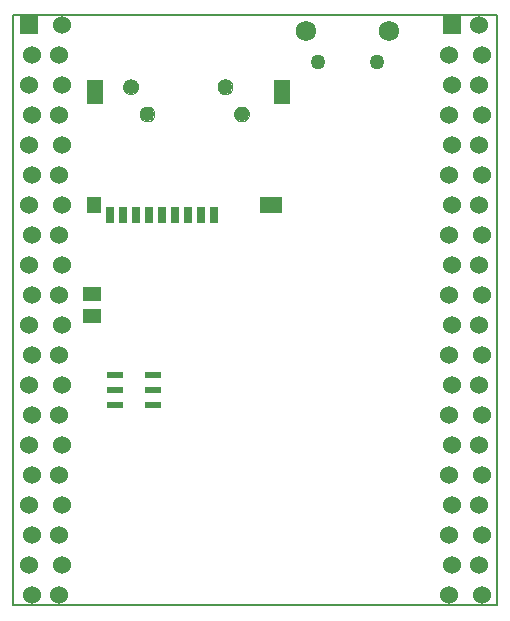
<source format=gbs>
G75*
%MOIN*%
%OFA0B0*%
%FSLAX25Y25*%
%IPPOS*%
%LPD*%
%AMOC8*
5,1,8,0,0,1.08239X$1,22.5*
%
%ADD10C,0.06000*%
%ADD11R,0.06000X0.06000*%
%ADD12C,0.00500*%
%ADD13C,0.06791*%
%ADD14C,0.05020*%
%ADD15R,0.05512X0.07874*%
%ADD16R,0.05039X0.05512*%
%ADD17R,0.07677X0.05512*%
%ADD18R,0.02756X0.05512*%
%ADD19C,0.00000*%
%ADD20C,0.04921*%
%ADD21R,0.05906X0.05118*%
%ADD22R,0.05236X0.02087*%
D10*
X0026936Y0005050D03*
X0035936Y0005050D03*
X0036936Y0015050D03*
X0035936Y0025050D03*
X0026936Y0025050D03*
X0025936Y0015050D03*
X0025936Y0035050D03*
X0026936Y0045050D03*
X0035936Y0045050D03*
X0036936Y0035050D03*
X0036936Y0055050D03*
X0035936Y0065050D03*
X0026936Y0065050D03*
X0025936Y0055050D03*
X0025936Y0075050D03*
X0026936Y0085050D03*
X0035936Y0085050D03*
X0036936Y0075050D03*
X0036936Y0095050D03*
X0035936Y0105050D03*
X0036936Y0115050D03*
X0035936Y0125050D03*
X0026936Y0125050D03*
X0025936Y0115050D03*
X0026936Y0105050D03*
X0025936Y0095050D03*
X0025936Y0135050D03*
X0026936Y0145050D03*
X0035936Y0145050D03*
X0036936Y0135050D03*
X0036936Y0155050D03*
X0035936Y0165050D03*
X0026936Y0165050D03*
X0025936Y0155050D03*
X0025936Y0175050D03*
X0026936Y0185050D03*
X0035936Y0185050D03*
X0036936Y0175050D03*
X0036936Y0195050D03*
X0165936Y0185050D03*
X0166936Y0175050D03*
X0175936Y0175050D03*
X0176936Y0185050D03*
X0175936Y0195050D03*
X0176936Y0165050D03*
X0175936Y0155050D03*
X0166936Y0155050D03*
X0165936Y0145050D03*
X0166936Y0135050D03*
X0175936Y0135050D03*
X0176936Y0125050D03*
X0175936Y0115050D03*
X0166936Y0115050D03*
X0165936Y0105050D03*
X0166936Y0095050D03*
X0175936Y0095050D03*
X0176936Y0085050D03*
X0175936Y0075050D03*
X0166936Y0075050D03*
X0165936Y0065050D03*
X0166936Y0055050D03*
X0175936Y0055050D03*
X0176936Y0045050D03*
X0175936Y0035050D03*
X0166936Y0035050D03*
X0165936Y0045050D03*
X0165936Y0025050D03*
X0166936Y0015050D03*
X0175936Y0015050D03*
X0176936Y0005050D03*
X0165936Y0005050D03*
X0176936Y0025050D03*
X0176936Y0065050D03*
X0165936Y0085050D03*
X0176936Y0105050D03*
X0165936Y0125050D03*
X0176936Y0145050D03*
X0165936Y0165050D03*
D11*
X0166936Y0195050D03*
X0025936Y0195050D03*
D12*
X0020727Y0198475D02*
X0020727Y0001625D01*
X0041869Y0001625D01*
X0159192Y0001625D01*
X0182144Y0001625D01*
X0182144Y0198475D01*
X0159192Y0198475D01*
X0041869Y0198475D01*
X0020727Y0198475D01*
D13*
X0118404Y0193003D03*
X0145963Y0193003D03*
D14*
X0142026Y0182668D03*
X0122341Y0182668D03*
D15*
X0110333Y0172924D03*
X0048129Y0172924D03*
D16*
X0047892Y0135129D03*
D17*
X0106888Y0135129D03*
D18*
X0087892Y0131704D03*
X0083562Y0131704D03*
X0079231Y0131704D03*
X0074900Y0131704D03*
X0070570Y0131704D03*
X0066239Y0131704D03*
X0061908Y0131704D03*
X0057577Y0131704D03*
X0053247Y0131704D03*
D19*
X0062990Y0165444D02*
X0062992Y0165543D01*
X0062998Y0165642D01*
X0063008Y0165741D01*
X0063022Y0165839D01*
X0063040Y0165936D01*
X0063062Y0166033D01*
X0063087Y0166129D01*
X0063117Y0166223D01*
X0063150Y0166317D01*
X0063187Y0166409D01*
X0063228Y0166499D01*
X0063272Y0166588D01*
X0063320Y0166674D01*
X0063371Y0166759D01*
X0063426Y0166842D01*
X0063484Y0166922D01*
X0063545Y0167000D01*
X0063609Y0167076D01*
X0063676Y0167149D01*
X0063746Y0167219D01*
X0063819Y0167286D01*
X0063895Y0167350D01*
X0063973Y0167411D01*
X0064053Y0167469D01*
X0064136Y0167524D01*
X0064220Y0167575D01*
X0064307Y0167623D01*
X0064396Y0167667D01*
X0064486Y0167708D01*
X0064578Y0167745D01*
X0064672Y0167778D01*
X0064766Y0167808D01*
X0064862Y0167833D01*
X0064959Y0167855D01*
X0065056Y0167873D01*
X0065154Y0167887D01*
X0065253Y0167897D01*
X0065352Y0167903D01*
X0065451Y0167905D01*
X0065550Y0167903D01*
X0065649Y0167897D01*
X0065748Y0167887D01*
X0065846Y0167873D01*
X0065943Y0167855D01*
X0066040Y0167833D01*
X0066136Y0167808D01*
X0066230Y0167778D01*
X0066324Y0167745D01*
X0066416Y0167708D01*
X0066506Y0167667D01*
X0066595Y0167623D01*
X0066681Y0167575D01*
X0066766Y0167524D01*
X0066849Y0167469D01*
X0066929Y0167411D01*
X0067007Y0167350D01*
X0067083Y0167286D01*
X0067156Y0167219D01*
X0067226Y0167149D01*
X0067293Y0167076D01*
X0067357Y0167000D01*
X0067418Y0166922D01*
X0067476Y0166842D01*
X0067531Y0166759D01*
X0067582Y0166675D01*
X0067630Y0166588D01*
X0067674Y0166499D01*
X0067715Y0166409D01*
X0067752Y0166317D01*
X0067785Y0166223D01*
X0067815Y0166129D01*
X0067840Y0166033D01*
X0067862Y0165936D01*
X0067880Y0165839D01*
X0067894Y0165741D01*
X0067904Y0165642D01*
X0067910Y0165543D01*
X0067912Y0165444D01*
X0067910Y0165345D01*
X0067904Y0165246D01*
X0067894Y0165147D01*
X0067880Y0165049D01*
X0067862Y0164952D01*
X0067840Y0164855D01*
X0067815Y0164759D01*
X0067785Y0164665D01*
X0067752Y0164571D01*
X0067715Y0164479D01*
X0067674Y0164389D01*
X0067630Y0164300D01*
X0067582Y0164214D01*
X0067531Y0164129D01*
X0067476Y0164046D01*
X0067418Y0163966D01*
X0067357Y0163888D01*
X0067293Y0163812D01*
X0067226Y0163739D01*
X0067156Y0163669D01*
X0067083Y0163602D01*
X0067007Y0163538D01*
X0066929Y0163477D01*
X0066849Y0163419D01*
X0066766Y0163364D01*
X0066682Y0163313D01*
X0066595Y0163265D01*
X0066506Y0163221D01*
X0066416Y0163180D01*
X0066324Y0163143D01*
X0066230Y0163110D01*
X0066136Y0163080D01*
X0066040Y0163055D01*
X0065943Y0163033D01*
X0065846Y0163015D01*
X0065748Y0163001D01*
X0065649Y0162991D01*
X0065550Y0162985D01*
X0065451Y0162983D01*
X0065352Y0162985D01*
X0065253Y0162991D01*
X0065154Y0163001D01*
X0065056Y0163015D01*
X0064959Y0163033D01*
X0064862Y0163055D01*
X0064766Y0163080D01*
X0064672Y0163110D01*
X0064578Y0163143D01*
X0064486Y0163180D01*
X0064396Y0163221D01*
X0064307Y0163265D01*
X0064221Y0163313D01*
X0064136Y0163364D01*
X0064053Y0163419D01*
X0063973Y0163477D01*
X0063895Y0163538D01*
X0063819Y0163602D01*
X0063746Y0163669D01*
X0063676Y0163739D01*
X0063609Y0163812D01*
X0063545Y0163888D01*
X0063484Y0163966D01*
X0063426Y0164046D01*
X0063371Y0164129D01*
X0063320Y0164213D01*
X0063272Y0164300D01*
X0063228Y0164389D01*
X0063187Y0164479D01*
X0063150Y0164571D01*
X0063117Y0164665D01*
X0063087Y0164759D01*
X0063062Y0164855D01*
X0063040Y0164952D01*
X0063022Y0165049D01*
X0063008Y0165147D01*
X0062998Y0165246D01*
X0062992Y0165345D01*
X0062990Y0165444D01*
X0057479Y0174499D02*
X0057481Y0174598D01*
X0057487Y0174697D01*
X0057497Y0174796D01*
X0057511Y0174894D01*
X0057529Y0174991D01*
X0057551Y0175088D01*
X0057576Y0175184D01*
X0057606Y0175278D01*
X0057639Y0175372D01*
X0057676Y0175464D01*
X0057717Y0175554D01*
X0057761Y0175643D01*
X0057809Y0175729D01*
X0057860Y0175814D01*
X0057915Y0175897D01*
X0057973Y0175977D01*
X0058034Y0176055D01*
X0058098Y0176131D01*
X0058165Y0176204D01*
X0058235Y0176274D01*
X0058308Y0176341D01*
X0058384Y0176405D01*
X0058462Y0176466D01*
X0058542Y0176524D01*
X0058625Y0176579D01*
X0058709Y0176630D01*
X0058796Y0176678D01*
X0058885Y0176722D01*
X0058975Y0176763D01*
X0059067Y0176800D01*
X0059161Y0176833D01*
X0059255Y0176863D01*
X0059351Y0176888D01*
X0059448Y0176910D01*
X0059545Y0176928D01*
X0059643Y0176942D01*
X0059742Y0176952D01*
X0059841Y0176958D01*
X0059940Y0176960D01*
X0060039Y0176958D01*
X0060138Y0176952D01*
X0060237Y0176942D01*
X0060335Y0176928D01*
X0060432Y0176910D01*
X0060529Y0176888D01*
X0060625Y0176863D01*
X0060719Y0176833D01*
X0060813Y0176800D01*
X0060905Y0176763D01*
X0060995Y0176722D01*
X0061084Y0176678D01*
X0061170Y0176630D01*
X0061255Y0176579D01*
X0061338Y0176524D01*
X0061418Y0176466D01*
X0061496Y0176405D01*
X0061572Y0176341D01*
X0061645Y0176274D01*
X0061715Y0176204D01*
X0061782Y0176131D01*
X0061846Y0176055D01*
X0061907Y0175977D01*
X0061965Y0175897D01*
X0062020Y0175814D01*
X0062071Y0175730D01*
X0062119Y0175643D01*
X0062163Y0175554D01*
X0062204Y0175464D01*
X0062241Y0175372D01*
X0062274Y0175278D01*
X0062304Y0175184D01*
X0062329Y0175088D01*
X0062351Y0174991D01*
X0062369Y0174894D01*
X0062383Y0174796D01*
X0062393Y0174697D01*
X0062399Y0174598D01*
X0062401Y0174499D01*
X0062399Y0174400D01*
X0062393Y0174301D01*
X0062383Y0174202D01*
X0062369Y0174104D01*
X0062351Y0174007D01*
X0062329Y0173910D01*
X0062304Y0173814D01*
X0062274Y0173720D01*
X0062241Y0173626D01*
X0062204Y0173534D01*
X0062163Y0173444D01*
X0062119Y0173355D01*
X0062071Y0173269D01*
X0062020Y0173184D01*
X0061965Y0173101D01*
X0061907Y0173021D01*
X0061846Y0172943D01*
X0061782Y0172867D01*
X0061715Y0172794D01*
X0061645Y0172724D01*
X0061572Y0172657D01*
X0061496Y0172593D01*
X0061418Y0172532D01*
X0061338Y0172474D01*
X0061255Y0172419D01*
X0061171Y0172368D01*
X0061084Y0172320D01*
X0060995Y0172276D01*
X0060905Y0172235D01*
X0060813Y0172198D01*
X0060719Y0172165D01*
X0060625Y0172135D01*
X0060529Y0172110D01*
X0060432Y0172088D01*
X0060335Y0172070D01*
X0060237Y0172056D01*
X0060138Y0172046D01*
X0060039Y0172040D01*
X0059940Y0172038D01*
X0059841Y0172040D01*
X0059742Y0172046D01*
X0059643Y0172056D01*
X0059545Y0172070D01*
X0059448Y0172088D01*
X0059351Y0172110D01*
X0059255Y0172135D01*
X0059161Y0172165D01*
X0059067Y0172198D01*
X0058975Y0172235D01*
X0058885Y0172276D01*
X0058796Y0172320D01*
X0058710Y0172368D01*
X0058625Y0172419D01*
X0058542Y0172474D01*
X0058462Y0172532D01*
X0058384Y0172593D01*
X0058308Y0172657D01*
X0058235Y0172724D01*
X0058165Y0172794D01*
X0058098Y0172867D01*
X0058034Y0172943D01*
X0057973Y0173021D01*
X0057915Y0173101D01*
X0057860Y0173184D01*
X0057809Y0173268D01*
X0057761Y0173355D01*
X0057717Y0173444D01*
X0057676Y0173534D01*
X0057639Y0173626D01*
X0057606Y0173720D01*
X0057576Y0173814D01*
X0057551Y0173910D01*
X0057529Y0174007D01*
X0057511Y0174104D01*
X0057497Y0174202D01*
X0057487Y0174301D01*
X0057481Y0174400D01*
X0057479Y0174499D01*
X0088975Y0174499D02*
X0088977Y0174598D01*
X0088983Y0174697D01*
X0088993Y0174796D01*
X0089007Y0174894D01*
X0089025Y0174991D01*
X0089047Y0175088D01*
X0089072Y0175184D01*
X0089102Y0175278D01*
X0089135Y0175372D01*
X0089172Y0175464D01*
X0089213Y0175554D01*
X0089257Y0175643D01*
X0089305Y0175729D01*
X0089356Y0175814D01*
X0089411Y0175897D01*
X0089469Y0175977D01*
X0089530Y0176055D01*
X0089594Y0176131D01*
X0089661Y0176204D01*
X0089731Y0176274D01*
X0089804Y0176341D01*
X0089880Y0176405D01*
X0089958Y0176466D01*
X0090038Y0176524D01*
X0090121Y0176579D01*
X0090205Y0176630D01*
X0090292Y0176678D01*
X0090381Y0176722D01*
X0090471Y0176763D01*
X0090563Y0176800D01*
X0090657Y0176833D01*
X0090751Y0176863D01*
X0090847Y0176888D01*
X0090944Y0176910D01*
X0091041Y0176928D01*
X0091139Y0176942D01*
X0091238Y0176952D01*
X0091337Y0176958D01*
X0091436Y0176960D01*
X0091535Y0176958D01*
X0091634Y0176952D01*
X0091733Y0176942D01*
X0091831Y0176928D01*
X0091928Y0176910D01*
X0092025Y0176888D01*
X0092121Y0176863D01*
X0092215Y0176833D01*
X0092309Y0176800D01*
X0092401Y0176763D01*
X0092491Y0176722D01*
X0092580Y0176678D01*
X0092666Y0176630D01*
X0092751Y0176579D01*
X0092834Y0176524D01*
X0092914Y0176466D01*
X0092992Y0176405D01*
X0093068Y0176341D01*
X0093141Y0176274D01*
X0093211Y0176204D01*
X0093278Y0176131D01*
X0093342Y0176055D01*
X0093403Y0175977D01*
X0093461Y0175897D01*
X0093516Y0175814D01*
X0093567Y0175730D01*
X0093615Y0175643D01*
X0093659Y0175554D01*
X0093700Y0175464D01*
X0093737Y0175372D01*
X0093770Y0175278D01*
X0093800Y0175184D01*
X0093825Y0175088D01*
X0093847Y0174991D01*
X0093865Y0174894D01*
X0093879Y0174796D01*
X0093889Y0174697D01*
X0093895Y0174598D01*
X0093897Y0174499D01*
X0093895Y0174400D01*
X0093889Y0174301D01*
X0093879Y0174202D01*
X0093865Y0174104D01*
X0093847Y0174007D01*
X0093825Y0173910D01*
X0093800Y0173814D01*
X0093770Y0173720D01*
X0093737Y0173626D01*
X0093700Y0173534D01*
X0093659Y0173444D01*
X0093615Y0173355D01*
X0093567Y0173269D01*
X0093516Y0173184D01*
X0093461Y0173101D01*
X0093403Y0173021D01*
X0093342Y0172943D01*
X0093278Y0172867D01*
X0093211Y0172794D01*
X0093141Y0172724D01*
X0093068Y0172657D01*
X0092992Y0172593D01*
X0092914Y0172532D01*
X0092834Y0172474D01*
X0092751Y0172419D01*
X0092667Y0172368D01*
X0092580Y0172320D01*
X0092491Y0172276D01*
X0092401Y0172235D01*
X0092309Y0172198D01*
X0092215Y0172165D01*
X0092121Y0172135D01*
X0092025Y0172110D01*
X0091928Y0172088D01*
X0091831Y0172070D01*
X0091733Y0172056D01*
X0091634Y0172046D01*
X0091535Y0172040D01*
X0091436Y0172038D01*
X0091337Y0172040D01*
X0091238Y0172046D01*
X0091139Y0172056D01*
X0091041Y0172070D01*
X0090944Y0172088D01*
X0090847Y0172110D01*
X0090751Y0172135D01*
X0090657Y0172165D01*
X0090563Y0172198D01*
X0090471Y0172235D01*
X0090381Y0172276D01*
X0090292Y0172320D01*
X0090206Y0172368D01*
X0090121Y0172419D01*
X0090038Y0172474D01*
X0089958Y0172532D01*
X0089880Y0172593D01*
X0089804Y0172657D01*
X0089731Y0172724D01*
X0089661Y0172794D01*
X0089594Y0172867D01*
X0089530Y0172943D01*
X0089469Y0173021D01*
X0089411Y0173101D01*
X0089356Y0173184D01*
X0089305Y0173268D01*
X0089257Y0173355D01*
X0089213Y0173444D01*
X0089172Y0173534D01*
X0089135Y0173626D01*
X0089102Y0173720D01*
X0089072Y0173814D01*
X0089047Y0173910D01*
X0089025Y0174007D01*
X0089007Y0174104D01*
X0088993Y0174202D01*
X0088983Y0174301D01*
X0088977Y0174400D01*
X0088975Y0174499D01*
X0094487Y0165444D02*
X0094489Y0165543D01*
X0094495Y0165642D01*
X0094505Y0165741D01*
X0094519Y0165839D01*
X0094537Y0165936D01*
X0094559Y0166033D01*
X0094584Y0166129D01*
X0094614Y0166223D01*
X0094647Y0166317D01*
X0094684Y0166409D01*
X0094725Y0166499D01*
X0094769Y0166588D01*
X0094817Y0166674D01*
X0094868Y0166759D01*
X0094923Y0166842D01*
X0094981Y0166922D01*
X0095042Y0167000D01*
X0095106Y0167076D01*
X0095173Y0167149D01*
X0095243Y0167219D01*
X0095316Y0167286D01*
X0095392Y0167350D01*
X0095470Y0167411D01*
X0095550Y0167469D01*
X0095633Y0167524D01*
X0095717Y0167575D01*
X0095804Y0167623D01*
X0095893Y0167667D01*
X0095983Y0167708D01*
X0096075Y0167745D01*
X0096169Y0167778D01*
X0096263Y0167808D01*
X0096359Y0167833D01*
X0096456Y0167855D01*
X0096553Y0167873D01*
X0096651Y0167887D01*
X0096750Y0167897D01*
X0096849Y0167903D01*
X0096948Y0167905D01*
X0097047Y0167903D01*
X0097146Y0167897D01*
X0097245Y0167887D01*
X0097343Y0167873D01*
X0097440Y0167855D01*
X0097537Y0167833D01*
X0097633Y0167808D01*
X0097727Y0167778D01*
X0097821Y0167745D01*
X0097913Y0167708D01*
X0098003Y0167667D01*
X0098092Y0167623D01*
X0098178Y0167575D01*
X0098263Y0167524D01*
X0098346Y0167469D01*
X0098426Y0167411D01*
X0098504Y0167350D01*
X0098580Y0167286D01*
X0098653Y0167219D01*
X0098723Y0167149D01*
X0098790Y0167076D01*
X0098854Y0167000D01*
X0098915Y0166922D01*
X0098973Y0166842D01*
X0099028Y0166759D01*
X0099079Y0166675D01*
X0099127Y0166588D01*
X0099171Y0166499D01*
X0099212Y0166409D01*
X0099249Y0166317D01*
X0099282Y0166223D01*
X0099312Y0166129D01*
X0099337Y0166033D01*
X0099359Y0165936D01*
X0099377Y0165839D01*
X0099391Y0165741D01*
X0099401Y0165642D01*
X0099407Y0165543D01*
X0099409Y0165444D01*
X0099407Y0165345D01*
X0099401Y0165246D01*
X0099391Y0165147D01*
X0099377Y0165049D01*
X0099359Y0164952D01*
X0099337Y0164855D01*
X0099312Y0164759D01*
X0099282Y0164665D01*
X0099249Y0164571D01*
X0099212Y0164479D01*
X0099171Y0164389D01*
X0099127Y0164300D01*
X0099079Y0164214D01*
X0099028Y0164129D01*
X0098973Y0164046D01*
X0098915Y0163966D01*
X0098854Y0163888D01*
X0098790Y0163812D01*
X0098723Y0163739D01*
X0098653Y0163669D01*
X0098580Y0163602D01*
X0098504Y0163538D01*
X0098426Y0163477D01*
X0098346Y0163419D01*
X0098263Y0163364D01*
X0098179Y0163313D01*
X0098092Y0163265D01*
X0098003Y0163221D01*
X0097913Y0163180D01*
X0097821Y0163143D01*
X0097727Y0163110D01*
X0097633Y0163080D01*
X0097537Y0163055D01*
X0097440Y0163033D01*
X0097343Y0163015D01*
X0097245Y0163001D01*
X0097146Y0162991D01*
X0097047Y0162985D01*
X0096948Y0162983D01*
X0096849Y0162985D01*
X0096750Y0162991D01*
X0096651Y0163001D01*
X0096553Y0163015D01*
X0096456Y0163033D01*
X0096359Y0163055D01*
X0096263Y0163080D01*
X0096169Y0163110D01*
X0096075Y0163143D01*
X0095983Y0163180D01*
X0095893Y0163221D01*
X0095804Y0163265D01*
X0095718Y0163313D01*
X0095633Y0163364D01*
X0095550Y0163419D01*
X0095470Y0163477D01*
X0095392Y0163538D01*
X0095316Y0163602D01*
X0095243Y0163669D01*
X0095173Y0163739D01*
X0095106Y0163812D01*
X0095042Y0163888D01*
X0094981Y0163966D01*
X0094923Y0164046D01*
X0094868Y0164129D01*
X0094817Y0164213D01*
X0094769Y0164300D01*
X0094725Y0164389D01*
X0094684Y0164479D01*
X0094647Y0164571D01*
X0094614Y0164665D01*
X0094584Y0164759D01*
X0094559Y0164855D01*
X0094537Y0164952D01*
X0094519Y0165049D01*
X0094505Y0165147D01*
X0094495Y0165246D01*
X0094489Y0165345D01*
X0094487Y0165444D01*
D20*
X0096948Y0165444D03*
X0091436Y0174499D03*
X0065451Y0165444D03*
X0059940Y0174499D03*
D21*
X0046948Y0105601D03*
X0046948Y0098121D03*
D22*
X0054821Y0078515D03*
X0054821Y0073515D03*
X0054821Y0068515D03*
X0067421Y0068515D03*
X0067421Y0073515D03*
X0067421Y0078515D03*
M02*

</source>
